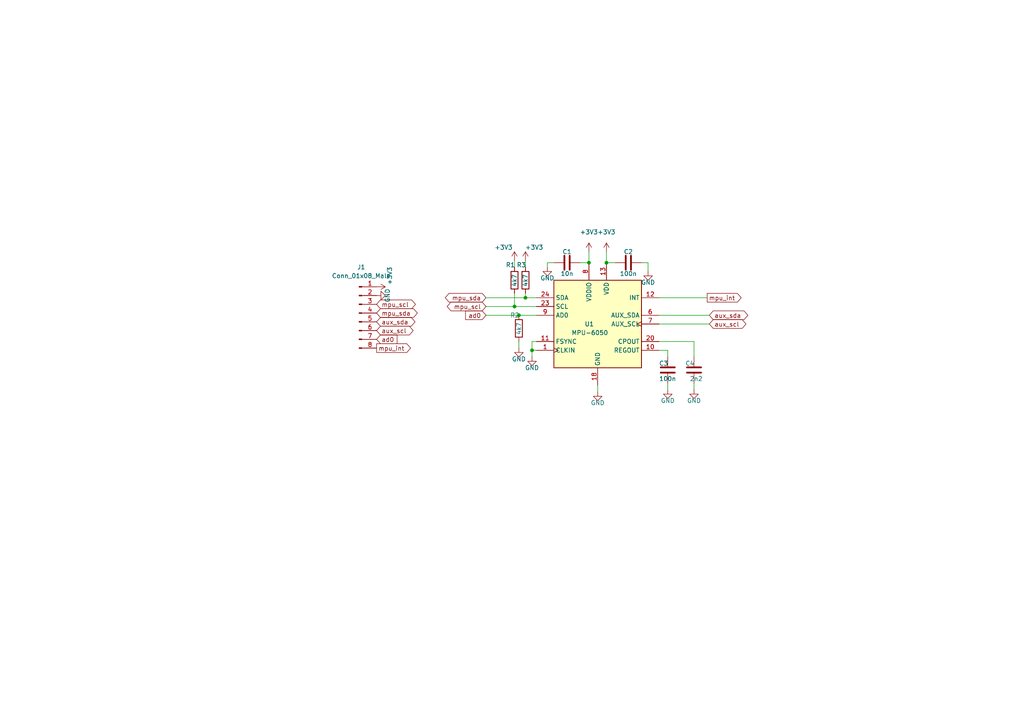
<source format=kicad_sch>
(kicad_sch (version 20230121) (generator eeschema)
  (paper "A4")
  (lib_symbols
    (symbol "Connector:Conn_01x08_Male" (pin_names (offset 1.016) hide)
      (property "Reference" "J" (at 0 10.16 0))
      (property "Value" "Conn_01x08_Male" (at 0 -12.7 0))
      (symbol "Conn_01x08_Male_1_1"
        (polyline (pts (xy 1.27 -10.16) (xy 0.8636 -10.16)) (stroke (width 0.1524)))
        (polyline (pts (xy 1.27 -7.62) (xy 0.8636 -7.62)) (stroke (width 0.1524)))
        (polyline (pts (xy 1.27 -5.08) (xy 0.8636 -5.08)) (stroke (width 0.1524)))
        (polyline (pts (xy 1.27 -2.54) (xy 0.8636 -2.54)) (stroke (width 0.1524)))
        (polyline (pts (xy 1.27 0) (xy 0.8636 0)) (stroke (width 0.1524)))
        (polyline (pts (xy 1.27 2.54) (xy 0.8636 2.54)) (stroke (width 0.1524)))
        (polyline (pts (xy 1.27 5.08) (xy 0.8636 5.08)) (stroke (width 0.1524)))
        (polyline (pts (xy 1.27 7.62) (xy 0.8636 7.62)) (stroke (width 0.1524)))
        (rectangle (start 0.8636 -10.033) (end 0 -10.287) (stroke (width 0.1524)) (fill (type outline)))
        (rectangle (start 0.8636 -7.493) (end 0 -7.747) (stroke (width 0.1524)) (fill (type outline)))
        (rectangle (start 0.8636 -4.953) (end 0 -5.207) (stroke (width 0.1524)) (fill (type outline)))
        (rectangle (start 0.8636 -2.413) (end 0 -2.667) (stroke (width 0.1524)) (fill (type outline)))
        (rectangle (start 0.8636 0.127) (end 0 -0.127) (stroke (width 0.1524)) (fill (type outline)))
        (rectangle (start 0.8636 2.667) (end 0 2.413) (stroke (width 0.1524)) (fill (type outline)))
        (rectangle (start 0.8636 5.207) (end 0 4.953) (stroke (width 0.1524)) (fill (type outline)))
        (rectangle (start 0.8636 7.747) (end 0 7.493) (stroke (width 0.1524)) (fill (type outline)))
        (pin passive line (at 5.08 7.62 180) (length 3.81) (name "Pin_1") (number "1"))
        (pin passive line (at 5.08 5.08 180) (length 3.81) (name "Pin_2") (number "2"))
        (pin passive line (at 5.08 2.54 180) (length 3.81) (name "Pin_3") (number "3"))
        (pin passive line (at 5.08 0 180) (length 3.81) (name "Pin_4") (number "4"))
        (pin passive line (at 5.08 -2.54 180) (length 3.81) (name "Pin_5") (number "5"))
        (pin passive line (at 5.08 -5.08 180) (length 3.81) (name "Pin_6") (number "6"))
        (pin passive line (at 5.08 -7.62 180) (length 3.81) (name "Pin_7") (number "7"))
        (pin passive line (at 5.08 -10.16 180) (length 3.81) (name "Pin_8") (number "8"))
      )
    )
    (symbol "Device:C" (pin_numbers hide) (pin_names (offset 0.254))
      (property "Reference" "C" (at 0.635 2.54 0))
      (property "Value" "C" (at 0.635 -2.54 0))
      (symbol "C_0_1"
        (polyline (pts (xy -2.032 -0.762) (xy 2.032 -0.762)) (stroke (width 0.508)))
        (polyline (pts (xy -2.032 0.762) (xy 2.032 0.762)) (stroke (width 0.508)))
      )
      (symbol "C_1_1"
        (pin passive line (at 0 3.81 270) (length 2.794) (name "~") (number "1"))
        (pin passive line (at 0 -3.81 90) (length 2.794) (name "~") (number "2"))
      )
    )
    (symbol "Device:R" (pin_numbers hide) (pin_names (offset 0))
      (property "Reference" "R" (at 2.032 0 90))
      (property "Value" "R" (at 0 0 90))
      (symbol "R_0_1"
        (rectangle (start -1.016 -2.54) (end 1.016 2.54) (stroke (width 0.254)))
      )
      (symbol "R_1_1"
        (pin passive line (at 0 3.81 270) (length 1.27) (name "~") (number "1"))
        (pin passive line (at 0 -3.81 90) (length 1.27) (name "~") (number "2"))
      )
    )
    (symbol "Sensor_Motion:MPU-6050"
      (property "Reference" "U" (at -11.43 13.97 0))
      (property "Value" "MPU-6050" (at 7.62 -13.97 0))
      (symbol "MPU-6050_0_1"
        (rectangle (start -12.7 12.7) (end 12.7 -12.7) (stroke (width 0.254)) (fill (type background)))
      )
      (symbol "MPU-6050_1_1"
        (pin input clock (at -17.78 -7.62 0) (length 5.08) (name "CLKIN") (number "1"))
        (pin passive line (at 17.78 -7.62 180) (length 5.08) (name "REGOUT") (number "10"))
        (pin input line (at -17.78 -5.08 0) (length 5.08) (name "FSYNC") (number "11"))
        (pin output line (at 17.78 7.62 180) (length 5.08) (name "INT") (number "12"))
        (pin power_in line (at 2.54 17.78 270) (length 5.08) (name "VDD") (number "13"))
        (pin power_in line (at 0 -17.78 90) (length 5.08) (name "GND") (number "18"))
        (pin passive line (at 17.78 -5.08 180) (length 5.08) (name "CPOUT") (number "20"))
        (pin input line (at -17.78 5.08 0) (length 5.08) (name "SCL") (number "23"))
        (pin bidirectional line (at -17.78 7.62 0) (length 5.08) (name "SDA") (number "24"))
        (pin bidirectional line (at 17.78 2.54 180) (length 5.08) (name "AUX_SDA") (number "6"))
        (pin output clock (at 17.78 0 180) (length 5.08) (name "AUX_SCL") (number "7"))
        (pin power_in line (at -2.54 17.78 270) (length 5.08) (name "VDDIO") (number "8"))
        (pin input line (at -17.78 2.54 0) (length 5.08) (name "AD0") (number "9"))
      )
    )
    (symbol "power:+3V3" (power) (pin_names (offset 0))
      (property "Value" "+3V3" (at 0 3.556 0))
      (symbol "+3V3_0_1"
        (polyline (pts (xy -0.762 1.27) (xy 0 2.54)))
        (polyline (pts (xy 0 0) (xy 0 2.54)))
        (polyline (pts (xy 0 2.54) (xy 0.762 1.27)))
      )
      (symbol "+3V3_1_1"
        (pin power_in line (at 0 0 90) (length 0) hide (name "+3V3") (number "1"))
      )
    )
    (symbol "power:GND" (power) (pin_names (offset 0))
      (property "Value" "GND" (at 0 -3.81 0))
      (symbol "GND_0_1"
        (polyline (pts (xy 0 0) (xy 0 -1.27) (xy 1.27 -1.27) (xy 0 -2.54) (xy -1.27 -1.27) (xy 0 -1.27)))
      )
      (symbol "GND_1_1"
        (pin power_in line (at 0 0 270) (length 0) hide (name "GND") (number "1"))
      )
    )
  )
  (junction (at 154.305 101.6))
  (junction (at 152.4 86.36))
  (junction (at 149.225 88.9))
  (junction (at 170.815 76.2))
  (junction (at 175.895 76.2))
  (junction (at 150.495 91.44))
  (wire (pts (xy 152.4 86.36) (xy 155.575 86.36)))
  (wire (pts (xy 150.495 91.44) (xy 155.575 91.44)))
  (wire (pts (xy 152.4 85.09) (xy 152.4 86.36)))
  (wire (pts (xy 173.355 111.76) (xy 173.355 113.665)))
  (wire (pts (xy 191.135 101.6) (xy 193.675 101.6)))
  (wire (pts (xy 152.4 75.565) (xy 152.4 77.47)))
  (wire (pts (xy 191.135 86.36) (xy 205.105 86.36)))
  (wire (pts (xy 154.305 101.6) (xy 154.305 103.505)))
  (wire (pts (xy 175.895 76.2) (xy 178.435 76.2)))
  (wire (pts (xy 158.75 77.47) (xy 158.75 76.2)))
  (wire (pts (xy 187.96 76.2) (xy 187.96 78.74)))
  (wire (pts (xy 140.97 86.36) (xy 152.4 86.36)))
  (wire (pts (xy 154.305 99.06) (xy 154.305 101.6)))
  (wire (pts (xy 149.225 75.565) (xy 149.225 77.47)))
  (wire (pts (xy 191.135 91.44) (xy 205.74 91.44)))
  (wire (pts (xy 191.135 93.98) (xy 205.74 93.98)))
  (wire (pts (xy 175.895 73.025) (xy 175.895 76.2)))
  (wire (pts (xy 155.575 99.06) (xy 154.305 99.06)))
  (wire (pts (xy 193.675 101.6) (xy 193.675 103.505)))
  (wire (pts (xy 158.75 76.2) (xy 160.655 76.2)))
  (wire (pts (xy 201.295 111.125) (xy 201.295 113.03)))
  (wire (pts (xy 170.815 73.025) (xy 170.815 76.2)))
  (wire (pts (xy 193.675 111.125) (xy 193.675 113.03)))
  (wire (pts (xy 149.225 85.09) (xy 149.225 88.9)))
  (wire (pts (xy 168.275 76.2) (xy 170.815 76.2)))
  (wire (pts (xy 140.97 88.9) (xy 149.225 88.9)))
  (wire (pts (xy 154.305 101.6) (xy 155.575 101.6)))
  (wire (pts (xy 201.295 103.505) (xy 201.295 99.06)))
  (wire (pts (xy 140.97 91.44) (xy 150.495 91.44)))
  (wire (pts (xy 201.295 99.06) (xy 191.135 99.06)))
  (wire (pts (xy 150.495 99.06) (xy 150.495 100.965)))
  (wire (pts (xy 186.055 76.2) (xy 187.96 76.2)))
  (wire (pts (xy 149.225 88.9) (xy 155.575 88.9)))
  (global_label "aux_sda" (shape bidirectional) (at 205.74 91.44 0) (property "Intersheetrefs" "${INTERSHEET_REFS}" (effects hide)))
  (global_label "mpu_scl" (shape bidirectional) (at 140.97 88.9 180) (property "Intersheetrefs" "${INTERSHEET_REFS}" (effects hide)))
  (global_label "aux_sda" (shape bidirectional) (at 109.22 93.345 0) (property "Intersheetrefs" "${INTERSHEET_REFS}" (effects hide)))
  (global_label "mpu_int" (shape output) (at 109.22 100.965 0) (property "Intersheetrefs" "${INTERSHEET_REFS}" (effects hide)))
  (global_label "mpu_int" (shape output) (at 205.105 86.36 0) (property "Intersheetrefs" "${INTERSHEET_REFS}" (effects hide)))
  (global_label "mpu_sda" (shape bidirectional) (at 109.22 90.805 0) (property "Intersheetrefs" "${INTERSHEET_REFS}" (effects hide)))
  (global_label "aux_scl" (shape bidirectional) (at 205.74 93.98 0) (property "Intersheetrefs" "${INTERSHEET_REFS}" (effects hide)))
  (global_label "mpu_scl" (shape bidirectional) (at 109.22 88.265 0) (property "Intersheetrefs" "${INTERSHEET_REFS}" (effects hide)))
  (global_label "aux_scl" (shape bidirectional) (at 109.22 95.885 0) (property "Intersheetrefs" "${INTERSHEET_REFS}" (effects hide)))
  (global_label "mpu_sda" (shape bidirectional) (at 140.97 86.36 180) (property "Intersheetrefs" "${INTERSHEET_REFS}" (effects hide)))
  (global_label "ad0" (shape input) (at 109.22 98.425 0) (property "Intersheetrefs" "${INTERSHEET_REFS}" (effects hide)))
  (global_label "ad0" (shape input) (at 140.97 91.44 180) (property "Intersheetrefs" "${INTERSHEET_REFS}" (effects hide)))
  (symbol (lib_id "Connector:Conn_01x08_Male") (at 104.14 90.805 0) (unit 1)
    (property "Reference" "J1" (at 104.775 77.47 0))
    (property "Value" "Conn_01x08_Male" (at 104.775 80.01 0))
    (property "Footprint" "Connector_PinHeader_2.54mm:PinHeader_1x08_P2.54mm_Vertical" (effects hide))
  )
  (symbol (lib_id "power:GND") (at 158.75 77.47 0) (unit 1)
    (property "Reference" "#PWR07" (effects hide))
    (property "Value" "GND" (at 158.75 80.645 0))
  )
  (symbol (lib_id "Device:C") (at 193.675 107.315 0) (unit 1)
    (property "Reference" "C3" (at 191.135 105.41 0) (effects (justify left)))
    (property "Value" "100n" (at 191.135 109.855 0) (effects (justify left)))
    (property "Footprint" "Capacitor_SMD:C_1206_3216Metric_Pad1.33x1.80mm_HandSolder" (effects hide))
  )
  (symbol (lib_id "power:+3V3") (at 175.895 73.025 0) (unit 1)
    (property "Reference" "#PWR010" (effects hide))
    (property "Value" "+3V3" (at 175.895 67.31 0))
  )
  (symbol (lib_id "power:+3V3") (at 152.4 75.565 0) (unit 1)
    (property "Reference" "#PWR05" (effects hide))
    (property "Value" "+3V3" (at 154.94 71.755 0))
  )
  (symbol (lib_id "power:+3V3") (at 149.225 75.565 0) (unit 1)
    (property "Reference" "#PWR03" (effects hide))
    (property "Value" "+3V3" (at 146.05 71.755 0))
  )
  (symbol (lib_id "power:GND") (at 109.22 85.725 90) (unit 1)
    (property "Reference" "#PWR02" (effects hide))
    (property "Value" "GND" (at 112.395 85.725 0))
  )
  (symbol (lib_id "Device:R") (at 149.225 81.28 0) (unit 1)
    (property "Reference" "R1" (at 146.685 76.835 0) (effects (justify left)))
    (property "Value" "4k7" (at 149.225 83.185 90) (effects (justify left)))
    (property "Footprint" "Resistor_SMD:R_0805_2012Metric_Pad1.20x1.40mm_HandSolder" (effects hide))
  )
  (symbol (lib_id "power:GND") (at 154.305 103.505 0) (unit 1)
    (property "Reference" "#PWR06" (effects hide))
    (property "Value" "GND" (at 154.305 106.68 0))
  )
  (symbol (lib_id "power:GND") (at 187.96 78.74 0) (unit 1)
    (property "Reference" "#PWR011" (effects hide))
    (property "Value" "GND" (at 187.96 81.915 0))
  )
  (symbol (lib_id "power:+3V3") (at 109.22 83.185 270) (unit 1)
    (property "Reference" "#PWR01" (effects hide))
    (property "Value" "+3V3" (at 113.03 80.01 0))
  )
  (symbol (lib_id "power:GND") (at 150.495 100.965 0) (unit 1)
    (property "Reference" "#PWR04" (effects hide))
    (property "Value" "GND" (at 150.495 104.14 0))
  )
  (symbol (lib_id "power:GND") (at 201.295 113.03 0) (unit 1)
    (property "Reference" "#PWR013" (effects hide))
    (property "Value" "GND" (at 201.295 116.205 0))
  )
  (symbol (lib_id "Device:C") (at 201.295 107.315 0) (unit 1)
    (property "Reference" "C4" (at 198.755 105.41 0) (effects (justify left)))
    (property "Value" "2n2" (at 200.025 109.855 0) (effects (justify left)))
    (property "Footprint" "Capacitor_SMD:C_1206_3216Metric_Pad1.33x1.80mm_HandSolder" (effects hide))
  )
  (symbol (lib_id "Device:C") (at 182.245 76.2 90) (unit 1)
    (property "Reference" "C2" (at 182.245 73.025 90))
    (property "Value" "100n" (at 182.245 79.375 90))
    (property "Footprint" "Capacitor_SMD:C_0805_2012Metric_Pad1.18x1.45mm_HandSolder" (effects hide))
  )
  (symbol (lib_id "Device:C") (at 164.465 76.2 270) (unit 1)
    (property "Reference" "C1" (at 164.465 73.025 90))
    (property "Value" "10n" (at 164.465 79.375 90))
    (property "Footprint" "Capacitor_SMD:C_0805_2012Metric_Pad1.18x1.45mm_HandSolder" (effects hide))
  )
  (symbol (lib_id "power:+3V3") (at 170.815 73.025 0) (unit 1)
    (property "Reference" "#PWR08" (effects hide))
    (property "Value" "+3V3" (at 170.815 67.31 0))
  )
  (symbol (lib_id "Sensor_Motion:MPU-6050") (at 173.355 93.98 0) (unit 1)
    (property "Reference" "U1" (at 169.545 93.98 0) (effects (justify left)))
    (property "Value" "MPU-6050" (at 165.735 96.52 0) (effects (justify left)))
    (property "Footprint" "Sensor_Motion:InvenSense_QFN-24_4x4mm_P0.5mm" (effects hide))
    (property "Datasheet" "https://store.invensense.com/datasheets/invensense/MPU-6050_DataSheet_V3%204.pdf" (effects hide))
  )
  (symbol (lib_id "Device:R") (at 152.4 81.28 0) (unit 1)
    (property "Reference" "R3" (at 149.86 76.835 0) (effects (justify left)))
    (property "Value" "4k7" (at 152.4 83.185 90) (effects (justify left)))
    (property "Footprint" "Resistor_SMD:R_1206_3216Metric_Pad1.30x1.75mm_HandSolder" (effects hide))
  )
  (symbol (lib_id "power:GND") (at 193.675 113.03 0) (unit 1)
    (property "Reference" "#PWR012" (effects hide))
    (property "Value" "GND" (at 193.675 116.205 0))
  )
  (symbol (lib_id "Device:R") (at 150.495 95.25 0) (unit 1)
    (property "Reference" "R2" (at 147.955 91.44 0) (effects (justify left)))
    (property "Value" "4k7" (at 150.495 97.155 90) (effects (justify left)))
    (property "Footprint" "Resistor_SMD:R_0805_2012Metric_Pad1.20x1.40mm_HandSolder" (effects hide))
  )
  (symbol (lib_id "power:GND") (at 173.355 113.665 0) (unit 1)
    (property "Reference" "#PWR09" (effects hide))
    (property "Value" "GND" (at 173.355 116.84 0))
  )
)
</source>
